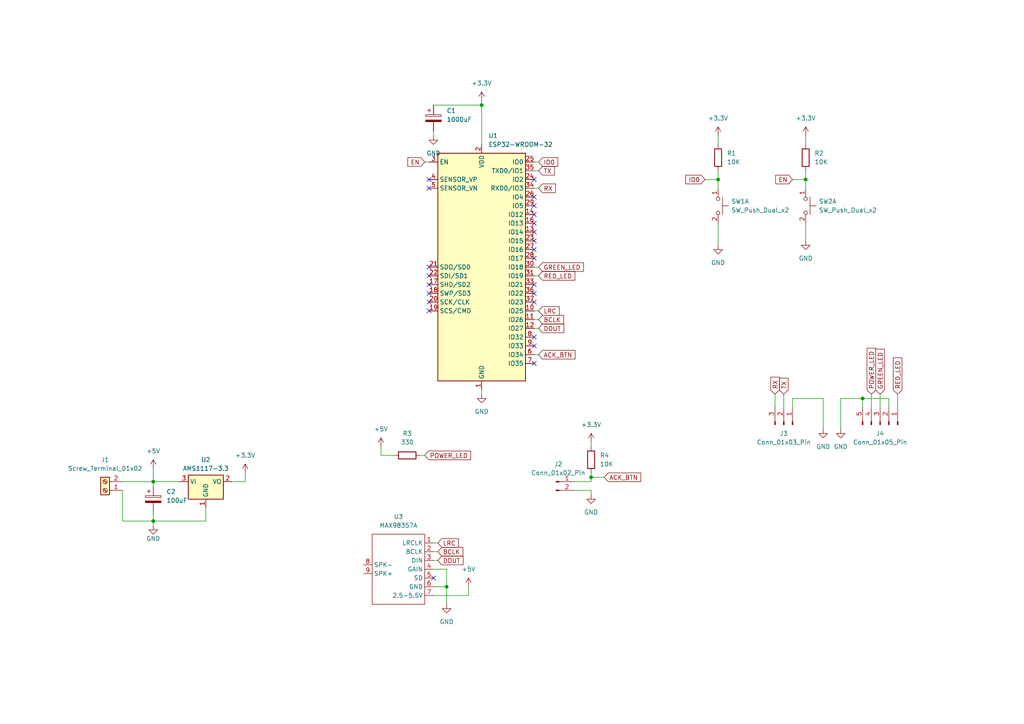
<source format=kicad_sch>
(kicad_sch (version 20230121) (generator eeschema)
  (paper "A4")
  (title_block (title "CampusCast") (date "2023-06-30") (rev "V1.0") (company "CampusCast") (comment 1 "Designer: Mohammed Ashad MM"))
  (lib_symbols
    (symbol "Connector:Conn_01x02_Pin" (pin_names (offset 1.016) hide)
      (property "Reference" "J" (at 0 2.54 0))
      (property "Value" "Conn_01x02_Pin" (at 0 -5.08 0))
      (symbol "Conn_01x02_Pin_1_1"
        (polyline (pts (xy 1.27 -2.54) (xy 0.8636 -2.54)) (stroke (width 0.1524)))
        (polyline (pts (xy 1.27 0) (xy 0.8636 0)) (stroke (width 0.1524)))
        (rectangle (start 0.8636 -2.413) (end 0 -2.667) (stroke (width 0.1524)) (fill (type outline)))
        (rectangle (start 0.8636 0.127) (end 0 -0.127) (stroke (width 0.1524)) (fill (type outline)))
        (pin passive line (at 5.08 0 180) (length 3.81) (name "Pin_1") (number "1"))
        (pin passive line (at 5.08 -2.54 180) (length 3.81) (name "Pin_2") (number "2"))
      )
    )
    (symbol "Connector:Conn_01x03_Pin" (pin_names (offset 1.016) hide)
      (property "Reference" "J" (at 0 5.08 0))
      (property "Value" "Conn_01x03_Pin" (at 0 -5.08 0))
      (symbol "Conn_01x03_Pin_1_1"
        (polyline (pts (xy 1.27 -2.54) (xy 0.8636 -2.54)) (stroke (width 0.1524)))
        (polyline (pts (xy 1.27 0) (xy 0.8636 0)) (stroke (width 0.1524)))
        (polyline (pts (xy 1.27 2.54) (xy 0.8636 2.54)) (stroke (width 0.1524)))
        (rectangle (start 0.8636 -2.413) (end 0 -2.667) (stroke (width 0.1524)) (fill (type outline)))
        (rectangle (start 0.8636 0.127) (end 0 -0.127) (stroke (width 0.1524)) (fill (type outline)))
        (rectangle (start 0.8636 2.667) (end 0 2.413) (stroke (width 0.1524)) (fill (type outline)))
        (pin passive line (at 5.08 2.54 180) (length 3.81) (name "Pin_1") (number "1"))
        (pin passive line (at 5.08 0 180) (length 3.81) (name "Pin_2") (number "2"))
        (pin passive line (at 5.08 -2.54 180) (length 3.81) (name "Pin_3") (number "3"))
      )
    )
    (symbol "Connector:Conn_01x05_Pin" (pin_names (offset 1.016) hide)
      (property "Reference" "J" (at 0 7.62 0))
      (property "Value" "Conn_01x05_Pin" (at 0 -7.62 0))
      (symbol "Conn_01x05_Pin_1_1"
        (polyline (pts (xy 1.27 -5.08) (xy 0.8636 -5.08)) (stroke (width 0.1524)))
        (polyline (pts (xy 1.27 -2.54) (xy 0.8636 -2.54)) (stroke (width 0.1524)))
        (polyline (pts (xy 1.27 0) (xy 0.8636 0)) (stroke (width 0.1524)))
        (polyline (pts (xy 1.27 2.54) (xy 0.8636 2.54)) (stroke (width 0.1524)))
        (polyline (pts (xy 1.27 5.08) (xy 0.8636 5.08)) (stroke (width 0.1524)))
        (rectangle (start 0.8636 -4.953) (end 0 -5.207) (stroke (width 0.1524)) (fill (type outline)))
        (rectangle (start 0.8636 -2.413) (end 0 -2.667) (stroke (width 0.1524)) (fill (type outline)))
        (rectangle (start 0.8636 0.127) (end 0 -0.127) (stroke (width 0.1524)) (fill (type outline)))
        (rectangle (start 0.8636 2.667) (end 0 2.413) (stroke (width 0.1524)) (fill (type outline)))
        (rectangle (start 0.8636 5.207) (end 0 4.953) (stroke (width 0.1524)) (fill (type outline)))
        (pin passive line (at 5.08 5.08 180) (length 3.81) (name "Pin_1") (number "1"))
        (pin passive line (at 5.08 2.54 180) (length 3.81) (name "Pin_2") (number "2"))
        (pin passive line (at 5.08 0 180) (length 3.81) (name "Pin_3") (number "3"))
        (pin passive line (at 5.08 -2.54 180) (length 3.81) (name "Pin_4") (number "4"))
        (pin passive line (at 5.08 -5.08 180) (length 3.81) (name "Pin_5") (number "5"))
      )
    )
    (symbol "Connector:Screw_Terminal_01x02" (pin_names (offset 1.016) hide)
      (property "Reference" "J" (at 0 2.54 0))
      (property "Value" "Screw_Terminal_01x02" (at 0 -5.08 0))
      (symbol "Screw_Terminal_01x02_1_1"
        (rectangle (start -1.27 1.27) (end 1.27 -3.81) (stroke (width 0.254)) (fill (type background)))
        (circle (center 0 -2.54) (radius 0.635) (stroke (width 0.1524)))
        (polyline (pts (xy -0.5334 -2.2098) (xy 0.3302 -3.048)) (stroke (width 0.1524)))
        (polyline (pts (xy -0.5334 0.3302) (xy 0.3302 -0.508)) (stroke (width 0.1524)))
        (polyline (pts (xy -0.3556 -2.032) (xy 0.508 -2.8702)) (stroke (width 0.1524)))
        (polyline (pts (xy -0.3556 0.508) (xy 0.508 -0.3302)) (stroke (width 0.1524)))
        (circle (center 0 0) (radius 0.635) (stroke (width 0.1524)))
        (pin passive line (at -5.08 0 0) (length 3.81) (name "Pin_1") (number "1"))
        (pin passive line (at -5.08 -2.54 0) (length 3.81) (name "Pin_2") (number "2"))
      )
    )
    (symbol "Device:C_Polarized" (pin_numbers hide) (pin_names (offset 0.254))
      (property "Reference" "C" (at 0.635 2.54 0))
      (property "Value" "C_Polarized" (at 0.635 -2.54 0))
      (symbol "C_Polarized_0_1"
        (rectangle (start -2.286 0.508) (end 2.286 1.016))
        (polyline (pts (xy -1.778 2.286) (xy -0.762 2.286)))
        (polyline (pts (xy -1.27 2.794) (xy -1.27 1.778)))
        (rectangle (start 2.286 -0.508) (end -2.286 -1.016) (fill (type outline)))
      )
      (symbol "C_Polarized_1_1"
        (pin passive line (at 0 3.81 270) (length 2.794) (name "~") (number "1"))
        (pin passive line (at 0 -3.81 90) (length 2.794) (name "~") (number "2"))
      )
    )
    (symbol "Device:R" (pin_numbers hide) (pin_names (offset 0))
      (property "Reference" "R" (at 2.032 0 90))
      (property "Value" "R" (at 0 0 90))
      (symbol "R_0_1"
        (rectangle (start -1.016 -2.54) (end 1.016 2.54) (stroke (width 0.254)))
      )
      (symbol "R_1_1"
        (pin passive line (at 0 3.81 270) (length 1.27) (name "~") (number "1"))
        (pin passive line (at 0 -3.81 90) (length 1.27) (name "~") (number "2"))
      )
    )
    (symbol "MAX98357A:MAX98357A"
      (property "Reference" "U" (at -6.35 11.43 0))
      (property "Value" "MAX98357A" (at 5.08 -11.43 0))
      (symbol "MAX98357A_0_1"
        (rectangle (start -7.62 10.16) (end 7.62 -10.16))
      )
      (symbol "MAX98357A_1_1"
        (pin input line (at 10.16 7.62 180) (length 2.54) (name "LRCLK") (number "1"))
        (pin input line (at 10.16 5.08 180) (length 2.54) (name "BCLK") (number "2"))
        (pin input line (at 10.16 2.54 180) (length 2.54) (name "DIN") (number "3"))
        (pin input line (at 10.16 0 180) (length 2.54) (name "GAIN") (number "4"))
        (pin input line (at 10.16 -2.54 180) (length 2.54) (name "SD") (number "5"))
        (pin power_in line (at 10.16 -5.08 180) (length 2.54) (name "GND") (number "6"))
        (pin power_in line (at 10.16 -7.62 180) (length 2.54) (name "2.5-5.5V") (number "7"))
        (pin output line (at -10.16 1.27 0) (length 2.54) (name "SPK-") (number "8"))
        (pin output line (at -10.16 -1.27 0) (length 2.54) (name "SPK+") (number "9"))
      )
    )
    (symbol "RF_Module:ESP32-WROOM-32"
      (property "Reference" "U" (at -12.7 34.29 0))
      (property "Value" "ESP32-WROOM-32" (at 1.27 34.29 0))
      (symbol "ESP32-WROOM-32_0_1"
        (rectangle (start -12.7 33.02) (end 12.7 -33.02) (stroke (width 0.254)) (fill (type background)))
      )
      (symbol "ESP32-WROOM-32_1_1"
        (pin power_in line (at 0 -35.56 90) (length 2.54) (name "GND") (number "1"))
        (pin bidirectional line (at 15.24 -12.7 180) (length 2.54) (name "IO25") (number "10"))
        (pin bidirectional line (at 15.24 -15.24 180) (length 2.54) (name "IO26") (number "11"))
        (pin bidirectional line (at 15.24 -17.78 180) (length 2.54) (name "IO27") (number "12"))
        (pin bidirectional line (at 15.24 10.16 180) (length 2.54) (name "IO14") (number "13"))
        (pin bidirectional line (at 15.24 15.24 180) (length 2.54) (name "IO12") (number "14"))
        (pin passive line (at 0 -35.56 90) (length 2.54) hide (name "GND") (number "15"))
        (pin bidirectional line (at 15.24 12.7 180) (length 2.54) (name "IO13") (number "16"))
        (pin bidirectional line (at -15.24 -5.08 0) (length 2.54) (name "SHD/SD2") (number "17"))
        (pin bidirectional line (at -15.24 -7.62 0) (length 2.54) (name "SWP/SD3") (number "18"))
        (pin bidirectional line (at -15.24 -12.7 0) (length 2.54) (name "SCS/CMD") (number "19"))
        (pin power_in line (at 0 35.56 270) (length 2.54) (name "VDD") (number "2"))
        (pin bidirectional line (at -15.24 -10.16 0) (length 2.54) (name "SCK/CLK") (number "20"))
        (pin bidirectional line (at -15.24 0 0) (length 2.54) (name "SDO/SD0") (number "21"))
        (pin bidirectional line (at -15.24 -2.54 0) (length 2.54) (name "SDI/SD1") (number "22"))
        (pin bidirectional line (at 15.24 7.62 180) (length 2.54) (name "IO15") (number "23"))
        (pin bidirectional line (at 15.24 25.4 180) (length 2.54) (name "IO2") (number "24"))
        (pin bidirectional line (at 15.24 30.48 180) (length 2.54) (name "IO0") (number "25"))
        (pin bidirectional line (at 15.24 20.32 180) (length 2.54) (name "IO4") (number "26"))
        (pin bidirectional line (at 15.24 5.08 180) (length 2.54) (name "IO16") (number "27"))
        (pin bidirectional line (at 15.24 2.54 180) (length 2.54) (name "IO17") (number "28"))
        (pin bidirectional line (at 15.24 17.78 180) (length 2.54) (name "IO5") (number "29"))
        (pin input line (at -15.24 30.48 0) (length 2.54) (name "EN") (number "3"))
        (pin bidirectional line (at 15.24 0 180) (length 2.54) (name "IO18") (number "30"))
        (pin bidirectional line (at 15.24 -2.54 180) (length 2.54) (name "IO19") (number "31"))
        (pin no_connect line (at -12.7 -27.94 0) (length 2.54) hide (name "NC") (number "32"))
        (pin bidirectional line (at 15.24 -5.08 180) (length 2.54) (name "IO21") (number "33"))
        (pin bidirectional line (at 15.24 22.86 180) (length 2.54) (name "RXD0/IO3") (number "34"))
        (pin bidirectional line (at 15.24 27.94 180) (length 2.54) (name "TXD0/IO1") (number "35"))
        (pin bidirectional line (at 15.24 -7.62 180) (length 2.54) (name "IO22") (number "36"))
        (pin bidirectional line (at 15.24 -10.16 180) (length 2.54) (name "IO23") (number "37"))
        (pin passive line (at 0 -35.56 90) (length 2.54) hide (name "GND") (number "38"))
        (pin passive line (at 0 -35.56 90) (length 2.54) hide (name "GND") (number "39"))
        (pin input line (at -15.24 25.4 0) (length 2.54) (name "SENSOR_VP") (number "4"))
        (pin input line (at -15.24 22.86 0) (length 2.54) (name "SENSOR_VN") (number "5"))
        (pin input line (at 15.24 -25.4 180) (length 2.54) (name "IO34") (number "6"))
        (pin input line (at 15.24 -27.94 180) (length 2.54) (name "IO35") (number "7"))
        (pin bidirectional line (at 15.24 -20.32 180) (length 2.54) (name "IO32") (number "8"))
        (pin bidirectional line (at 15.24 -22.86 180) (length 2.54) (name "IO33") (number "9"))
      )
    )
    (symbol "Regulator_Linear:AMS1117-3.3"
      (property "Reference" "U" (at -3.81 3.175 0))
      (property "Value" "AMS1117-3.3" (at 0 3.175 0))
      (symbol "AMS1117-3.3_0_1"
        (rectangle (start -5.08 -5.08) (end 5.08 1.905) (stroke (width 0.254)) (fill (type background)))
      )
      (symbol "AMS1117-3.3_1_1"
        (pin power_in line (at 0 -7.62 90) (length 2.54) (name "GND") (number "1"))
        (pin power_out line (at 7.62 0 180) (length 2.54) (name "VO") (number "2"))
        (pin power_in line (at -7.62 0 0) (length 2.54) (name "VI") (number "3"))
      )
    )
    (symbol "Switch:SW_Push_Dual_x2" (pin_names (offset 1.016) hide)
      (property "Reference" "SW" (at 1.27 2.54 0))
      (property "Value" "SW_Push_Dual_x2" (at 0 -1.524 0))
      (symbol "SW_Push_Dual_x2_0_1"
        (circle (center -2.032 0) (radius 0.508))
        (polyline (pts (xy 0 1.27) (xy 0 3.048)))
        (polyline (pts (xy 2.54 1.27) (xy -2.54 1.27)))
        (circle (center 2.032 0) (radius 0.508))
      )
      (symbol "SW_Push_Dual_x2_1_1"
        (pin passive line (at -5.08 0 0) (length 2.54) (name "C") (number "1"))
        (pin passive line (at 5.08 0 180) (length 2.54) (name "D") (number "2"))
      )
      (symbol "SW_Push_Dual_x2_2_1"
        (pin passive line (at -5.08 0 0) (length 2.54) (name "C") (number "3"))
        (pin passive line (at 5.08 0 180) (length 2.54) (name "D") (number "4"))
      )
    )
    (symbol "power:+3.3V" (power) (pin_names (offset 0))
      (property "Value" "+3.3V" (at 0 3.556 0))
      (symbol "+3.3V_0_1"
        (polyline (pts (xy -0.762 1.27) (xy 0 2.54)))
        (polyline (pts (xy 0 0) (xy 0 2.54)))
        (polyline (pts (xy 0 2.54) (xy 0.762 1.27)))
      )
      (symbol "+3.3V_1_1"
        (pin power_in line (at 0 0 90) (length 0) hide (name "+3.3V") (number "1"))
      )
    )
    (symbol "power:+5V" (power) (pin_names (offset 0))
      (property "Value" "+5V" (at 0 3.556 0))
      (symbol "+5V_0_1"
        (polyline (pts (xy -0.762 1.27) (xy 0 2.54)))
        (polyline (pts (xy 0 0) (xy 0 2.54)))
        (polyline (pts (xy 0 2.54) (xy 0.762 1.27)))
      )
      (symbol "+5V_1_1"
        (pin power_in line (at 0 0 90) (length 0) hide (name "+5V") (number "1"))
      )
    )
    (symbol "power:GND" (power) (pin_names (offset 0))
      (property "Value" "GND" (at 0 -3.81 0))
      (symbol "GND_0_1"
        (polyline (pts (xy 0 0) (xy 0 -1.27) (xy 1.27 -1.27) (xy 0 -2.54) (xy -1.27 -1.27) (xy 0 -1.27)))
      )
      (symbol "GND_1_1"
        (pin power_in line (at 0 0 270) (length 0) hide (name "GND") (number "1"))
      )
    )
  )
  (junction (at 208.28 52.07))
  (junction (at 171.45 138.43))
  (junction (at 44.45 151.13))
  (junction (at 139.7 30.48))
  (junction (at 129.54 170.18))
  (junction (at 44.45 139.7))
  (junction (at 233.68 52.07))
  (junction (at 250.19 115.57))
  (no_connect (at 154.94 57.15))
  (no_connect (at 154.94 59.69))
  (no_connect (at 124.46 85.09))
  (no_connect (at 154.94 97.79))
  (no_connect (at 154.94 82.55))
  (no_connect (at 125.73 167.64))
  (no_connect (at 154.94 69.85))
  (no_connect (at 154.94 64.77))
  (no_connect (at 154.94 85.09))
  (no_connect (at 154.94 52.07))
  (no_connect (at 124.46 52.07))
  (no_connect (at 154.94 100.33))
  (no_connect (at 124.46 77.47))
  (no_connect (at 124.46 82.55))
  (no_connect (at 124.46 80.01))
  (no_connect (at 154.94 62.23))
  (no_connect (at 154.94 74.93))
  (no_connect (at 124.46 90.17))
  (no_connect (at 154.94 87.63))
  (no_connect (at 124.46 54.61))
  (no_connect (at 154.94 72.39))
  (no_connect (at 154.94 67.31))
  (no_connect (at 154.94 105.41))
  (no_connect (at 124.46 87.63))
  (wire (pts (xy 44.45 148.59) (xy 44.45 151.13)))
  (wire (pts (xy 208.28 52.07) (xy 208.28 54.61)))
  (wire (pts (xy 154.94 92.71) (xy 156.21 92.71)))
  (wire (pts (xy 44.45 139.7) (xy 52.07 139.7)))
  (wire (pts (xy 129.54 165.1) (xy 129.54 170.18)))
  (wire (pts (xy 44.45 151.13) (xy 44.45 152.4)))
  (wire (pts (xy 125.73 30.48) (xy 139.7 30.48)))
  (wire (pts (xy 154.94 49.53) (xy 156.21 49.53)))
  (wire (pts (xy 255.27 114.3) (xy 255.27 118.11)))
  (wire (pts (xy 139.7 29.21) (xy 139.7 30.48)))
  (wire (pts (xy 233.68 49.53) (xy 233.68 52.07)))
  (wire (pts (xy 227.33 114.3) (xy 227.33 118.11)))
  (wire (pts (xy 44.45 139.7) (xy 44.45 140.97)))
  (wire (pts (xy 257.81 115.57) (xy 250.19 115.57)))
  (wire (pts (xy 224.79 114.3) (xy 224.79 118.11)))
  (wire (pts (xy 35.56 151.13) (xy 44.45 151.13)))
  (wire (pts (xy 129.54 170.18) (xy 129.54 175.26)))
  (wire (pts (xy 229.87 52.07) (xy 233.68 52.07)))
  (wire (pts (xy 67.31 139.7) (xy 71.12 139.7)))
  (wire (pts (xy 154.94 54.61) (xy 156.21 54.61)))
  (wire (pts (xy 229.87 118.11) (xy 229.87 115.57)))
  (wire (pts (xy 252.73 114.3) (xy 252.73 118.11)))
  (wire (pts (xy 154.94 77.47) (xy 156.21 77.47)))
  (wire (pts (xy 175.26 138.43) (xy 171.45 138.43)))
  (wire (pts (xy 125.73 38.1) (xy 125.73 39.37)))
  (wire (pts (xy 125.73 162.56) (xy 127 162.56)))
  (wire (pts (xy 110.49 132.08) (xy 114.3 132.08)))
  (wire (pts (xy 44.45 135.89) (xy 44.45 139.7)))
  (wire (pts (xy 171.45 139.7) (xy 171.45 138.43)))
  (wire (pts (xy 171.45 138.43) (xy 171.45 137.16)))
  (wire (pts (xy 208.28 49.53) (xy 208.28 52.07)))
  (wire (pts (xy 139.7 113.03) (xy 139.7 114.3)))
  (wire (pts (xy 154.94 102.87) (xy 156.21 102.87)))
  (wire (pts (xy 125.73 165.1) (xy 129.54 165.1)))
  (wire (pts (xy 121.92 132.08) (xy 123.19 132.08)))
  (wire (pts (xy 154.94 80.01) (xy 156.21 80.01)))
  (wire (pts (xy 233.68 39.37) (xy 233.68 41.91)))
  (wire (pts (xy 229.87 115.57) (xy 238.76 115.57)))
  (wire (pts (xy 125.73 160.02) (xy 127 160.02)))
  (wire (pts (xy 139.7 30.48) (xy 139.7 41.91)))
  (wire (pts (xy 110.49 129.54) (xy 110.49 132.08)))
  (wire (pts (xy 250.19 115.57) (xy 250.19 118.11)))
  (wire (pts (xy 135.89 170.18) (xy 135.89 172.72)))
  (wire (pts (xy 243.84 124.46) (xy 243.84 115.57)))
  (wire (pts (xy 238.76 115.57) (xy 238.76 124.46)))
  (wire (pts (xy 260.35 114.3) (xy 260.35 118.11)))
  (wire (pts (xy 154.94 90.17) (xy 156.21 90.17)))
  (wire (pts (xy 154.94 46.99) (xy 156.21 46.99)))
  (wire (pts (xy 35.56 139.7) (xy 44.45 139.7)))
  (wire (pts (xy 208.28 39.37) (xy 208.28 41.91)))
  (wire (pts (xy 166.37 139.7) (xy 171.45 139.7)))
  (wire (pts (xy 257.81 118.11) (xy 257.81 115.57)))
  (wire (pts (xy 233.68 52.07) (xy 233.68 54.61)))
  (wire (pts (xy 171.45 142.24) (xy 171.45 143.51)))
  (wire (pts (xy 243.84 115.57) (xy 250.19 115.57)))
  (wire (pts (xy 125.73 157.48) (xy 127 157.48)))
  (wire (pts (xy 233.68 64.77) (xy 233.68 69.85)))
  (wire (pts (xy 71.12 139.7) (xy 71.12 137.16)))
  (wire (pts (xy 125.73 170.18) (xy 129.54 170.18)))
  (wire (pts (xy 166.37 142.24) (xy 171.45 142.24)))
  (wire (pts (xy 204.47 52.07) (xy 208.28 52.07)))
  (wire (pts (xy 154.94 95.25) (xy 156.21 95.25)))
  (wire (pts (xy 44.45 151.13) (xy 59.69 151.13)))
  (wire (pts (xy 123.19 46.99) (xy 124.46 46.99)))
  (wire (pts (xy 59.69 147.32) (xy 59.69 151.13)))
  (wire (pts (xy 125.73 172.72) (xy 135.89 172.72)))
  (wire (pts (xy 208.28 64.77) (xy 208.28 71.12)))
  (wire (pts (xy 171.45 128.27) (xy 171.45 129.54)))
  (wire (pts (xy 35.56 142.24) (xy 35.56 151.13)))
  (global_label "DOUT" (shape input) (at 156.21 95.25 0) (property "Intersheetrefs" "${INTERSHEET_REFS}" (effects hide)))
  (global_label "EN" (shape input) (at 229.87 52.07 180) (property "Intersheetrefs" "${INTERSHEET_REFS}" (effects hide)))
  (global_label "GREEN_LED" (shape input) (at 156.21 77.47 0) (property "Intersheetrefs" "${INTERSHEET_REFS}" (effects hide)))
  (global_label "ACK_BTN" (shape input) (at 175.26 138.43 0) (property "Intersheetrefs" "${INTERSHEET_REFS}" (effects hide)))
  (global_label "TX" (shape input) (at 156.21 49.53 0) (property "Intersheetrefs" "${INTERSHEET_REFS}" (effects hide)))
  (global_label "RED_LED" (shape input) (at 260.35 114.3 90) (property "Intersheetrefs" "${INTERSHEET_REFS}" (effects hide)))
  (global_label "ACK_BTN" (shape input) (at 156.21 102.87 0) (property "Intersheetrefs" "${INTERSHEET_REFS}" (effects hide)))
  (global_label "POWER_LED" (shape input) (at 252.73 114.3 90) (property "Intersheetrefs" "${INTERSHEET_REFS}" (effects hide)))
  (global_label "BCLK" (shape input) (at 156.21 92.71 0) (property "Intersheetrefs" "${INTERSHEET_REFS}" (effects hide)))
  (global_label "GREEN_LED" (shape input) (at 255.27 114.3 90) (property "Intersheetrefs" "${INTERSHEET_REFS}" (effects hide)))
  (global_label "RX" (shape input) (at 156.21 54.61 0) (property "Intersheetrefs" "${INTERSHEET_REFS}" (effects hide)))
  (global_label "RX" (shape input) (at 224.79 114.3 90) (property "Intersheetrefs" "${INTERSHEET_REFS}" (effects hide)))
  (global_label "LRC" (shape input) (at 127 157.48 0) (property "Intersheetrefs" "${INTERSHEET_REFS}" (effects hide)))
  (global_label "EN" (shape input) (at 123.19 46.99 180) (property "Intersheetrefs" "${INTERSHEET_REFS}" (effects hide)))
  (global_label "RED_LED" (shape input) (at 156.21 80.01 0) (property "Intersheetrefs" "${INTERSHEET_REFS}" (effects hide)))
  (global_label "IO0" (shape input) (at 204.47 52.07 180) (property "Intersheetrefs" "${INTERSHEET_REFS}" (effects hide)))
  (global_label "LRC" (shape input) (at 156.21 90.17 0) (property "Intersheetrefs" "${INTERSHEET_REFS}" (effects hide)))
  (global_label "DOUT" (shape input) (at 127 162.56 0) (property "Intersheetrefs" "${INTERSHEET_REFS}" (effects hide)))
  (global_label "IO0" (shape input) (at 156.21 46.99 0) (property "Intersheetrefs" "${INTERSHEET_REFS}" (effects hide)))
  (global_label "TX" (shape input) (at 227.33 114.3 90) (property "Intersheetrefs" "${INTERSHEET_REFS}" (effects hide)))
  (global_label "BCLK" (shape input) (at 127 160.02 0) (property "Intersheetrefs" "${INTERSHEET_REFS}" (effects hide)))
  (global_label "POWER_LED" (shape input) (at 123.19 132.08 0) (property "Intersheetrefs" "${INTERSHEET_REFS}" (effects hide)))
  (symbol (lib_id "power:GND") (at 243.84 124.46 0) (unit 1)
    (property "Reference" "#PWR017" (effects hide))
    (property "Value" "GND" (at 243.84 129.54 0))
  )
  (symbol (lib_id "Connector:Screw_Terminal_01x02") (at 30.48 142.24 180) (unit 1)
    (property "Reference" "J1" (at 30.48 133.35 0))
    (property "Value" "Screw_Terminal_01x02" (at 30.48 135.89 0))
    (property "Footprint" "TerminalBlock_Phoenix:TerminalBlock_Phoenix_MKDS-1,5-2-5.08_1x02_P5.08mm_Horizontal" (effects hide))
  )
  (symbol (lib_id "Device:R") (at 208.28 45.72 0) (unit 1)
    (property "Reference" "R1" (at 210.82 44.45 0) (effects (justify left)))
    (property "Value" "10K" (at 210.82 46.99 0) (effects (justify left)))
    (property "Footprint" "Resistor_THT:R_Axial_DIN0207_L6.3mm_D2.5mm_P7.62mm_Horizontal" (effects hide))
  )
  (symbol (lib_id "power:GND") (at 171.45 143.51 0) (unit 1)
    (property "Reference" "#PWR014" (effects hide))
    (property "Value" "GND" (at 171.45 148.59 0))
  )
  (symbol (lib_id "power:GND") (at 129.54 175.26 0) (unit 1)
    (property "Reference" "#PWR010" (effects hide))
    (property "Value" "GND" (at 129.54 180.34 0))
  )
  (symbol (lib_id "Switch:SW_Push_Dual_x2") (at 233.68 59.69 270) (unit 1)
    (property "Reference" "SW2" (at 237.49 58.42 90) (effects (justify left)))
    (property "Value" "SW_Push_Dual_x2" (at 237.49 60.96 90) (effects (justify left)))
    (property "Footprint" "Button_Switch_THT:SW_PUSH_6mm_H7.3mm" (effects hide))
  )
  (symbol (lib_id "MAX98357A:MAX98357A") (at 115.57 165.1 0) (unit 1)
    (property "Reference" "U3" (at 115.57 149.86 0))
    (property "Value" "MAX98357A" (at 115.57 152.4 0))
    (property "Footprint" "MAX98357A:MAX98357A" (effects hide))
  )
  (symbol (lib_id "power:GND") (at 208.28 71.12 0) (unit 1)
    (property "Reference" "#PWR08" (effects hide))
    (property "Value" "GND" (at 208.28 76.2 0))
  )
  (symbol (lib_id "power:+3.3V") (at 139.7 29.21 0) (unit 1)
    (property "Reference" "#PWR05" (effects hide))
    (property "Value" "+3.3V" (at 139.7 24.13 0))
  )
  (symbol (lib_id "power:+3.3V") (at 171.45 128.27 0) (unit 1)
    (property "Reference" "#PWR015" (effects hide))
    (property "Value" "+3.3V" (at 171.45 123.19 0))
  )
  (symbol (lib_id "power:GND") (at 233.68 69.85 0) (unit 1)
    (property "Reference" "#PWR09" (effects hide))
    (property "Value" "GND" (at 233.68 74.93 0))
  )
  (symbol (lib_id "RF_Module:ESP32-WROOM-32") (at 139.7 77.47 0) (unit 1)
    (property "Reference" "U1" (at 141.6559 39.37 0) (effects (justify left)))
    (property "Value" "ESP32-WROOM-32" (at 141.6559 41.91 0) (effects (justify left)))
    (property "Footprint" "ESP32-WROOM-32:ESP32-WROOM-32_MOD" (effects hide))
    (property "Datasheet" "https://www.espressif.com/sites/default/files/documentation/esp32-wroom-32_datasheet_en.pdf" (effects hide))
  )
  (symbol (lib_id "power:+3.3V") (at 233.68 39.37 0) (unit 1)
    (property "Reference" "#PWR07" (effects hide))
    (property "Value" "+3.3V" (at 233.68 34.29 0))
  )
  (symbol (lib_id "Connector:Conn_01x02_Pin") (at 161.29 139.7 0) (unit 1)
    (property "Reference" "J2" (at 161.925 134.62 0))
    (property "Value" "Conn_01x02_Pin" (at 161.925 137.16 0))
    (property "Footprint" "Connector_PinHeader_2.54mm:PinHeader_1x02_P2.54mm_Vertical" (effects hide))
  )
  (symbol (lib_id "Connector:Conn_01x03_Pin") (at 227.33 123.19 270) (mirror x) (unit 1)
    (property "Reference" "J3" (at 227.33 125.73 90))
    (property "Value" "Conn_01x03_Pin" (at 227.33 128.27 90))
    (property "Footprint" "Connector_PinHeader_2.54mm:PinHeader_1x03_P2.54mm_Vertical" (effects hide))
  )
  (symbol (lib_id "Device:R") (at 171.45 133.35 0) (unit 1)
    (property "Reference" "R4" (at 173.99 132.08 0) (effects (justify left)))
    (property "Value" "10K" (at 173.99 134.62 0) (effects (justify left)))
    (property "Footprint" "Resistor_THT:R_Axial_DIN0207_L6.3mm_D2.5mm_P7.62mm_Horizontal" (effects hide))
  )
  (symbol (lib_id "Switch:SW_Push_Dual_x2") (at 208.28 59.69 270) (unit 1)
    (property "Reference" "SW1" (at 212.09 58.42 90) (effects (justify left)))
    (property "Value" "SW_Push_Dual_x2" (at 212.09 60.96 90) (effects (justify left)))
    (property "Footprint" "Button_Switch_THT:SW_PUSH_6mm_H7.3mm" (effects hide))
  )
  (symbol (lib_id "power:+5V") (at 110.49 129.54 0) (unit 1)
    (property "Reference" "#PWR013" (effects hide))
    (property "Value" "+5V" (at 110.49 124.46 0))
  )
  (symbol (lib_id "power:+3.3V") (at 71.12 137.16 0) (unit 1)
    (property "Reference" "#PWR02" (effects hide))
    (property "Value" "+3.3V" (at 71.12 132.08 0))
  )
  (symbol (lib_id "Device:R") (at 118.11 132.08 90) (unit 1)
    (property "Reference" "R3" (at 118.11 125.73 90))
    (property "Value" "330" (at 118.11 128.27 90))
    (property "Footprint" "Resistor_THT:R_Axial_DIN0207_L6.3mm_D2.5mm_P7.62mm_Horizontal" (effects hide))
  )
  (symbol (lib_id "power:+3.3V") (at 208.28 39.37 0) (unit 1)
    (property "Reference" "#PWR06" (effects hide))
    (property "Value" "+3.3V" (at 208.28 34.29 0))
  )
  (symbol (lib_id "power:GND") (at 139.7 114.3 0) (unit 1)
    (property "Reference" "#PWR03" (effects hide))
    (property "Value" "GND" (at 139.7 119.38 0))
  )
  (symbol (lib_id "Connector:Conn_01x05_Pin") (at 255.27 123.19 270) (mirror x) (unit 1)
    (property "Reference" "J4" (at 255.27 125.73 90))
    (property "Value" "Conn_01x05_Pin" (at 255.27 128.27 90))
    (property "Footprint" "Connector_PinHeader_2.54mm:PinHeader_1x05_P2.54mm_Vertical" (effects hide))
  )
  (symbol (lib_id "power:GND") (at 44.45 152.4 0) (unit 1)
    (property "Reference" "#PWR01" (effects hide))
    (property "Value" "GND" (at 44.45 156.21 0))
  )
  (symbol (lib_id "Regulator_Linear:AMS1117-3.3") (at 59.69 139.7 0) (unit 1)
    (property "Reference" "U2" (at 59.69 133.35 0))
    (property "Value" "AMS1117-3.3" (at 59.69 135.89 0))
    (property "Footprint" "Package_TO_SOT_SMD:SOT-223-3_TabPin2" (effects hide))
    (property "Datasheet" "http://www.advanced-monolithic.com/pdf/ds1117.pdf" (effects hide))
  )
  (symbol (lib_id "Device:C_Polarized") (at 125.73 34.29 0) (unit 1)
    (property "Reference" "C1" (at 129.54 32.131 0) (effects (justify left)))
    (property "Value" "1000uF" (at 129.54 34.671 0) (effects (justify left)))
    (property "Footprint" "Capacitor_THT:CP_Radial_D8.0mm_P5.00mm" (effects hide))
  )
  (symbol (lib_id "power:+5V") (at 135.89 170.18 0) (unit 1)
    (property "Reference" "#PWR011" (effects hide))
    (property "Value" "+5V" (at 135.89 165.1 0))
  )
  (symbol (lib_id "Device:C_Polarized") (at 44.45 144.78 0) (unit 1)
    (property "Reference" "C2" (at 48.26 142.621 0) (effects (justify left)))
    (property "Value" "100uF" (at 48.26 145.161 0) (effects (justify left)))
    (property "Footprint" "Capacitor_THT:CP_Radial_D5.0mm_P2.00mm" (effects hide))
  )
  (symbol (lib_id "power:GND") (at 125.73 39.37 0) (unit 1)
    (property "Reference" "#PWR04" (effects hide))
    (property "Value" "GND" (at 125.73 44.45 0))
  )
  (symbol (lib_id "Device:R") (at 233.68 45.72 0) (unit 1)
    (property "Reference" "R2" (at 236.22 44.45 0) (effects (justify left)))
    (property "Value" "10K" (at 236.22 46.99 0) (effects (justify left)))
    (property "Footprint" "Resistor_THT:R_Axial_DIN0207_L6.3mm_D2.5mm_P7.62mm_Horizontal" (effects hide))
  )
  (symbol (lib_id "power:GND") (at 238.76 124.46 0) (unit 1)
    (property "Reference" "#PWR016" (effects hide))
    (property "Value" "GND" (at 238.76 129.54 0))
  )
  (symbol (lib_id "power:+5V") (at 44.45 135.89 0) (unit 1)
    (property "Reference" "#PWR012" (effects hide))
    (property "Value" "+5V" (at 44.45 130.81 0))
  )
)
</source>
